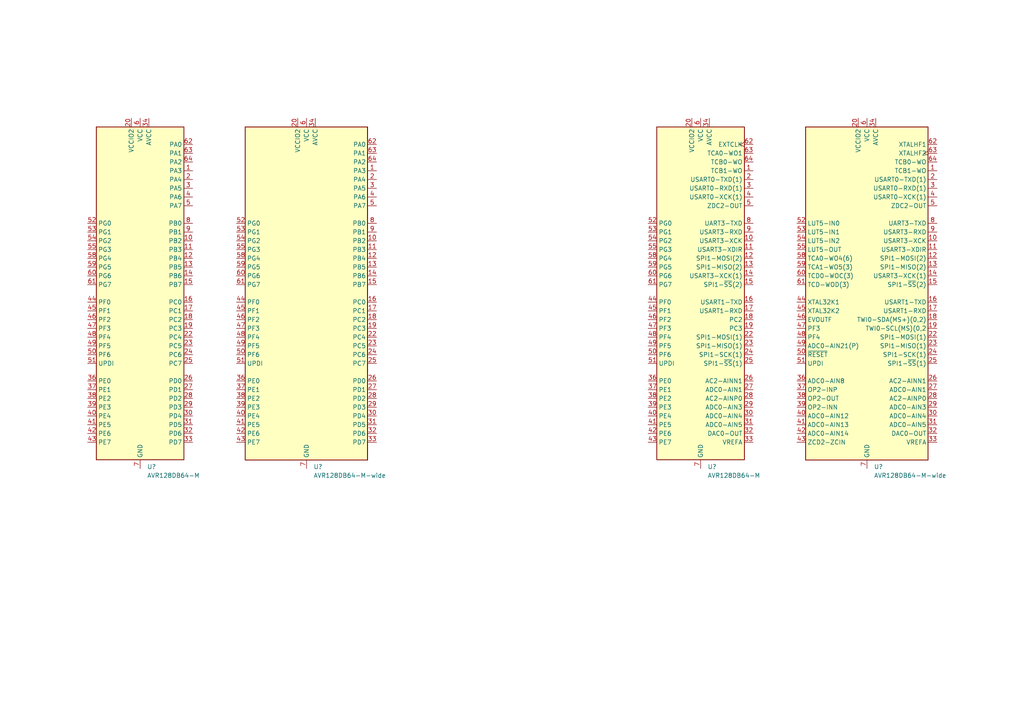
<source format=kicad_sch>
(kicad_sch (version 20211123) (generator eeschema)
  (paper "A4")
  (lib_symbols
    (symbol "AVR128DB64-M_1"
      (property "Reference" "U" (at -12.7 49.53 0))
      (property "Value" "AVR128DB64-M_1" (at 2.54 -49.53 0))
      (symbol "AVR128DB64-M_1_0_1"
        (rectangle (start -17.78 48.26) (end 17.6988 -48.3268) (stroke (width 0.1524)))
        (rectangle (start -17.78 48.26) (end 17.6988 -48.3268) (stroke (width 0.254)) (fill (type background)))
      )
      (symbol "AVR128DB64-M_1_1_1"
        (pin bidirectional line (at 20.32 35.56 180) (length 2.54) (name "PA3") (number "1") (alternate "TCB1-WO" output line))
        (pin bidirectional line (at 20.32 15.24 180) (length 2.54) (name "PB2") (number "10") (alternate "USART3-XCK" bidirectional line))
        (pin bidirectional line (at 20.32 12.7 180) (length 2.54) (name "PB3") (number "11") (alternate "USART3-XDIR" output line))
        (pin bidirectional line (at 20.32 10.16 180) (length 2.54) (name "PB4") (number "12") (alternate "SPI1-MOSI(2)" bidirectional line))
        (pin bidirectional line (at 20.32 7.62 180) (length 2.54) (name "PB5") (number "13") (alternate "SPI1-MISO(2)" bidirectional line))
        (pin bidirectional line (at 20.32 5.08 180) (length 2.54) (name "PB6") (number "14") (alternate "USART3-XCK(1)" bidirectional line))
        (pin bidirectional line (at 20.32 2.54 180) (length 2.54) (name "PB7") (number "15") (alternate "SPI1-~{SS}(2)" bidirectional line))
        (pin bidirectional line (at 20.32 -2.54 180) (length 2.54) (name "PC0") (number "16") (alternate "USART1-TXD" bidirectional line))
        (pin bidirectional line (at 20.32 -5.08 180) (length 2.54) (name "PC1") (number "17") (alternate "USART1-RXD" input line))
        (pin bidirectional line (at 20.32 -7.62 180) (length 2.54) (name "PC2") (number "18") (alternate "TWI0-SDA(MS+)(0,2)" bidirectional line))
        (pin bidirectional line (at 20.32 -10.16 180) (length 2.54) (name "PC3") (number "19") (alternate "TWI0-SCL(MS)(0,2" bidirectional line))
        (pin bidirectional line (at 20.32 33.02 180) (length 2.54) (name "PA4") (number "2") (alternate "USART0-TXD(1)" bidirectional line))
        (pin power_in line (at -2.54 50.8 270) (length 2.54) (name "VCCIO2") (number "20"))
        (pin power_in line (at 0 -50.8 90) (length 2.54) hide (name "GND") (number "21"))
        (pin bidirectional line (at 20.32 -12.7 180) (length 2.54) (name "PC4") (number "22") (alternate "SPI1-MOSI(1)" bidirectional line))
        (pin bidirectional line (at 20.32 -15.24 180) (length 2.54) (name "PC5") (number "23") (alternate "SPI1-MISO(1)" bidirectional line))
        (pin bidirectional line (at 20.32 -17.78 180) (length 2.54) (name "PC6") (number "24") (alternate "SPI1-SCK(1)" bidirectional line))
        (pin bidirectional line (at 20.32 -20.32 180) (length 2.54) (name "PC7") (number "25") (alternate "SPI1-~{SS}(1)" bidirectional line))
        (pin bidirectional line (at 20.32 -25.4 180) (length 2.54) (name "PD0") (number "26") (alternate "AC2-AINN1" input line))
        (pin bidirectional line (at 20.32 -27.94 180) (length 2.54) (name "PD1") (number "27") (alternate "ADC0-AIN1" input line))
        (pin bidirectional line (at 20.32 -30.48 180) (length 2.54) (name "PD2") (number "28") (alternate "AC2-AINP0" input line))
        (pin bidirectional line (at 20.32 -33.02 180) (length 2.54) (name "PD3") (number "29") (alternate "ADC0-AIN3" input line))
        (pin bidirectional line (at 20.32 30.48 180) (length 2.54) (name "PA5") (number "3") (alternate "USART0-RXD(1)" input line))
        (pin bidirectional line (at 20.32 -35.56 180) (length 2.54) (name "PD4") (number "30") (alternate "ADC0-AIN4" input line))
        (pin bidirectional line (at 20.32 -38.1 180) (length 2.54) (name "PD5") (number "31") (alternate "ADC0-AIN5" input line))
        (pin bidirectional line (at 20.32 -40.64 180) (length 2.54) (name "PD6") (number "32") (alternate "DAC0-OUT" output line))
        (pin bidirectional line (at 20.32 -43.18 180) (length 2.54) (name "PD7") (number "33") (alternate "VREFA" input line))
        (pin power_in line (at 2.54 50.8 270) (length 2.54) (name "AVCC") (number "34"))
        (pin power_in line (at 0 -50.8 90) (length 2.54) hide (name "GND") (number "35"))
        (pin bidirectional line (at -20.32 -25.4 0) (length 2.54) (name "PE0") (number "36") (alternate "" input line) (alternate "ADC0-AIN8" input line))
        (pin bidirectional line (at -20.32 -27.94 0) (length 2.54) (name "PE1") (number "37") (alternate "" input line) (alternate "OP2-INP" input line))
        (pin bidirectional line (at -20.32 -30.48 0) (length 2.54) (name "PE2") (number "38") (alternate "" input line) (alternate "OP2-OUT" output line))
        (pin bidirectional line (at -20.32 -33.02 0) (length 2.54) (name "PE3") (number "39") (alternate "" input line) (alternate "OP2-INN" input line))
        (pin bidirectional line (at 20.32 27.94 180) (length 2.54) (name "PA6") (number "4") (alternate "USART0-XCK(1)" bidirectional line))
        (pin bidirectional line (at -20.32 -35.56 0) (length 2.54) (name "PE4") (number "40") (alternate "" input line) (alternate "ADC0-AIN12" input line))
        (pin bidirectional line (at -20.32 -38.1 0) (length 2.54) (name "PE5") (number "41") (alternate "" input line) (alternate "ADC0-AIN13" input line))
        (pin bidirectional line (at -20.32 -40.64 0) (length 2.54) (name "PE6") (number "42") (alternate "" input line) (alternate "ADC0-AIN14" input line))
        (pin bidirectional line (at -20.32 -43.18 0) (length 2.54) (name "PE7") (number "43") (alternate "" input line) (alternate "ZCD2-ZCIN" input line))
        (pin bidirectional line (at -20.32 -2.54 0) (length 2.54) (name "PF0") (number "44") (alternate "XTAL32K1" passive line))
        (pin bidirectional line (at -20.32 -5.08 0) (length 2.54) (name "PF1") (number "45") (alternate "XTAL32K2" passive line))
        (pin bidirectional line (at -20.32 -7.62 0) (length 2.54) (name "PF2") (number "46") (alternate "EVOUTF" output line))
        (pin bidirectional line (at -20.32 -10.16 0) (length 2.54) (name "PF3") (number "47"))
        (pin bidirectional line (at -20.32 -12.7 0) (length 2.54) (name "PF4") (number "48"))
        (pin bidirectional line (at -20.32 -15.24 0) (length 2.54) (name "PF5") (number "49") (alternate "ADC0-AIN21(P)" input line))
        (pin bidirectional line (at 20.32 25.4 180) (length 2.54) (name "PA7") (number "5") (alternate "ZDC2-OUT" output line))
        (pin input line (at -20.32 -17.78 0) (length 2.54) (name "PF6") (number "50") (alternate "~{RESET}" input line))
        (pin bidirectional line (at -20.32 -20.32 0) (length 2.54) (name "UPDI") (number "51"))
        (pin bidirectional line (at -20.32 20.32 0) (length 2.54) (name "PG0") (number "52") (alternate "LUT5-IN0" input line))
        (pin bidirectional line (at -20.32 17.78 0) (length 2.54) (name "PG1") (number "53") (alternate "LUT5-IN1" input line))
        (pin bidirectional line (at -20.32 15.24 0) (length 2.54) (name "PG2") (number "54") (alternate "LUT5-IN2" input line))
        (pin bidirectional line (at -20.32 12.7 0) (length 2.54) (name "PG3") (number "55") (alternate "LUT5-OUT" output line))
        (pin power_in line (at 0 50.8 270) (length 2.54) hide (name "VCC") (number "56"))
        (pin power_in line (at 0 -50.8 90) (length 2.54) hide (name "GND") (number "57"))
        (pin bidirectional line (at -20.32 10.16 0) (length 2.54) (name "PG4") (number "58") (alternate "TCA0-WO4(6)" output line))
        (pin bidirectional line (at -20.32 7.62 0) (length 2.54) (name "PG5") (number "59") (alternate "TCA1-WO5(3)" output line))
        (pin power_in line (at 0 50.8 270) (length 2.54) (name "VCC") (number "6"))
        (pin bidirectional line (at -20.32 5.08 0) (length 2.54) (name "PG6") (number "60") (alternate "TCD0-WOC(3)" output line))
        (pin bidirectional line (at -20.32 2.54 0) (length 2.54) (name "PG7") (number "61") (alternate "TCD-WOD(3)" output line))
        (pin bidirectional line (at 20.32 43.18 180) (length 2.54) (name "PA0") (number "62") (alternate "EXTCLK" input clock) (alternate "XTALHF1" passive line))
        (pin bidirectional line (at 20.32 40.64 180) (length 2.54) (name "PA1") (number "63") (alternate "TCA0-WO1" output line) (alternate "XTALHF2" passive clock))
        (pin bidirectional line (at 20.32 38.1 180) (length 2.54) (name "PA2") (number "64") (alternate "TCB0-WO" output line))
        (pin power_in line (at 0 -50.8 90) (length 2.54) (name "GND") (number "7"))
        (pin bidirectional line (at 20.32 20.32 180) (length 2.54) (name "PB0") (number "8") (alternate "UART3-TXD" bidirectional line))
        (pin bidirectional line (at 20.32 17.78 180) (length 2.54) (name "PB1") (number "9") (alternate "USART3-RXD" input line))
      )
    )
    (symbol "MCU_Microchip_DB-wide:AVR128DB64-M"
      (property "Reference" "U" (at -12.7 49.53 0))
      (property "Value" "AVR128DB64-M" (at 2.54 -49.53 0))
      (symbol "AVR128DB64-M_0_1"
        (rectangle (start -17.78 48.26) (end 17.6988 -48.3268) (stroke (width 0.1524)))
        (rectangle (start -17.78 48.26) (end 17.6988 -48.3268) (stroke (width 0.254)) (fill (type background)))
      )
      (symbol "AVR128DB64-M_1_1"
        (pin bidirectional line (at 20.32 35.56 180) (length 2.54) (name "PA3") (number "1") (alternate "TCB1-WO" output line))
        (pin bidirectional line (at 20.32 15.24 180) (length 2.54) (name "PB2") (number "10") (alternate "USART3-XCK" bidirectional line))
        (pin bidirectional line (at 20.32 12.7 180) (length 2.54) (name "PB3") (number "11") (alternate "USART3-XDIR" output line))
        (pin bidirectional line (at 20.32 10.16 180) (length 2.54) (name "PB4") (number "12") (alternate "SPI1-MOSI(2)" bidirectional line))
        (pin bidirectional line (at 20.32 7.62 180) (length 2.54) (name "PB5") (number "13") (alternate "SPI1-MISO(2)" bidirectional line))
        (pin bidirectional line (at 20.32 5.08 180) (length 2.54) (name "PB6") (number "14") (alternate "USART3-XCK(1)" bidirectional line))
        (pin bidirectional line (at 20.32 2.54 180) (length 2.54) (name "PB7") (number "15") (alternate "SPI1-~{SS}(2)" bidirectional line))
        (pin bidirectional line (at 20.32 -2.54 180) (length 2.54) (name "PC0") (number "16") (alternate "USART1-TXD" bidirectional line))
        (pin bidirectional line (at 20.32 -5.08 180) (length 2.54) (name "PC1") (number "17") (alternate "USART1-RXD" input line))
        (pin bidirectional line (at 20.32 -7.62 180) (length 2.54) (name "PC2") (number "18") (alternate "TWI0-SDA(MS+)(0,2)" bidirectional line))
        (pin bidirectional line (at 20.32 -10.16 180) (length 2.54) (name "PC3") (number "19") (alternate "TWI0-SCL(MS)(0,2" bidirectional line))
        (pin bidirectional line (at 20.32 33.02 180) (length 2.54) (name "PA4") (number "2") (alternate "USART0-TXD(1)" bidirectional line))
        (pin power_in line (at -2.54 50.8 270) (length 2.54) (name "VCCIO2") (number "20"))
        (pin power_in line (at 0 -50.8 90) (length 2.54) hide (name "GND") (number "21"))
        (pin bidirectional line (at 20.32 -12.7 180) (length 2.54) (name "PC4") (number "22") (alternate "SPI1-MOSI(1)" bidirectional line))
        (pin bidirectional line (at 20.32 -15.24 180) (length 2.54) (name "PC5") (number "23") (alternate "SPI1-MISO(1)" bidirectional line))
        (pin bidirectional line (at 20.32 -17.78 180) (length 2.54) (name "PC6") (number "24") (alternate "SPI1-SCK(1)" bidirectional line))
        (pin bidirectional line (at 20.32 -20.32 180) (length 2.54) (name "PC7") (number "25") (alternate "SPI1-~{SS}(1)" bidirectional line))
        (pin bidirectional line (at 20.32 -25.4 180) (length 2.54) (name "PD0") (number "26") (alternate "AC2-AINN1" input line))
        (pin bidirectional line (at 20.32 -27.94 180) (length 2.54) (name "PD1") (number "27") (alternate "ADC0-AIN1" input line))
        (pin bidirectional line (at 20.32 -30.48 180) (length 2.54) (name "PD2") (number "28") (alternate "AC2-AINP0" input line))
        (pin bidirectional line (at 20.32 -33.02 180) (length 2.54) (name "PD3") (number "29") (alternate "ADC0-AIN3" input line))
        (pin bidirectional line (at 20.32 30.48 180) (length 2.54) (name "PA5") (number "3") (alternate "USART0-RXD(1)" input line))
        (pin bidirectional line (at 20.32 -35.56 180) (length 2.54) (name "PD4") (number "30") (alternate "ADC0-AIN4" input line))
        (pin bidirectional line (at 20.32 -38.1 180) (length 2.54) (name "PD5") (number "31") (alternate "ADC0-AIN5" input line))
        (pin bidirectional line (at 20.32 -40.64 180) (length 2.54) (name "PD6") (number "32") (alternate "DAC0-OUT" output line))
        (pin bidirectional line (at 20.32 -43.18 180) (length 2.54) (name "PD7") (number "33") (alternate "VREFA" input line))
        (pin power_in line (at 2.54 50.8 270) (length 2.54) (name "AVCC") (number "34"))
        (pin power_in line (at 0 -50.8 90) (length 2.54) hide (name "GND") (number "35"))
        (pin bidirectional line (at -20.32 -25.4 0) (length 2.54) (name "PE0") (number "36") (alternate "ADC0-AIN8" input line))
        (pin bidirectional line (at -20.32 -27.94 0) (length 2.54) (name "PE1") (number "37") (alternate "OP2-INP" input line))
        (pin bidirectional line (at -20.32 -30.48 0) (length 2.54) (name "PE2") (number "38") (alternate "OP2-OUT" output line))
        (pin bidirectional line (at -20.32 -33.02 0) (length 2.54) (name "PE3") (number "39") (alternate "OP2-INN" input line))
        (pin bidirectional line (at 20.32 27.94 180) (length 2.54) (name "PA6") (number "4") (alternate "USART0-XCK(1)" bidirectional line))
        (pin bidirectional line (at -20.32 -35.56 0) (length 2.54) (name "PE4") (number "40") (alternate "ADC0-AIN12" input line))
        (pin bidirectional line (at -20.32 -38.1 0) (length 2.54) (name "PE5") (number "41") (alternate "ADC0-AIN13" input line))
        (pin bidirectional line (at -20.32 -40.64 0) (length 2.54) (name "PE6") (number "42") (alternate "ADC0-AIN14" input line))
        (pin bidirectional line (at -20.32 -43.18 0) (length 2.54) (name "PE7") (number "43") (alternate "ZCD2-ZCIN" input line))
        (pin bidirectional line (at -20.32 -2.54 0) (length 2.54) (name "PF0") (number "44") (alternate "XTAL32K1" passive line))
        (pin bidirectional line (at -20.32 -5.08 0) (length 2.54) (name "PF1") (number "45") (alternate "XTAL32K2" passive line))
        (pin bidirectional line (at -20.32 -7.62 0) (length 2.54) (name "PF2") (number "46") (alternate "EVOUTF" output line))
        (pin bidirectional line (at -20.32 -10.16 0) (length 2.54) (name "PF3") (number "47"))
        (pin bidirectional line (at -20.32 -12.7 0) (length 2.54) (name "PF4") (number "48"))
        (pin bidirectional line (at -20.32 -15.24 0) (length 2.54) (name "PF5") (number "49") (alternate "ADC0-AIN21(P)" input line))
        (pin bidirectional line (at 20.32 25.4 180) (length 2.54) (name "PA7") (number "5") (alternate "ZDC2-OUT" output line))
        (pin input line (at -20.32 -17.78 0) (length 2.54) (name "PF6") (number "50") (alternate "~{RESET}" input line))
        (pin bidirectional line (at -20.32 -20.32 0) (length 2.54) (name "UPDI") (number "51"))
        (pin bidirectional line (at -20.32 20.32 0) (length 2.54) (name "PG0") (number "52") (alternate "LUT5-IN0" input line))
        (pin bidirectional line (at -20.32 17.78 0) (length 2.54) (name "PG1") (number "53") (alternate "LUT5-IN1" input line))
        (pin bidirectional line (at -20.32 15.24 0) (length 2.54) (name "PG2") (number "54") (alternate "LUT5-IN2" input line))
        (pin bidirectional line (at -20.32 12.7 0) (length 2.54) (name "PG3") (number "55") (alternate "LUT5-OUT" output line))
        (pin power_in line (at 0 50.8 270) (length 2.54) hide (name "VCC") (number "56"))
        (pin power_in line (at 0 -50.8 90) (length 2.54) hide (name "GND") (number "57"))
        (pin bidirectional line (at -20.32 10.16 0) (length 2.54) (name "PG4") (number "58") (alternate "TCA0-WO4(6)" output line))
        (pin bidirectional line (at -20.32 7.62 0) (length 2.54) (name "PG5") (number "59") (alternate "TCA1-WO5(3)" output line))
        (pin power_in line (at 0 50.8 270) (length 2.54) (name "VCC") (number "6"))
        (pin bidirectional line (at -20.32 5.08 0) (length 2.54) (name "PG6") (number "60") (alternate "TCD0-WOC(3)" output line))
        (pin bidirectional line (at -20.32 2.54 0) (length 2.54) (name "PG7") (number "61") (alternate "TCD-WOD(3)" output line))
        (pin bidirectional line (at 20.32 43.18 180) (length 2.54) (name "PA0") (number "62") (alternate "EXTCLK" input clock) (alternate "XTALHF1" passive line))
        (pin bidirectional line (at 20.32 40.64 180) (length 2.54) (name "PA1") (number "63") (alternate "TCA0-WO1" output line) (alternate "XTALHF2" passive clock))
        (pin bidirectional line (at 20.32 38.1 180) (length 2.54) (name "PA2") (number "64") (alternate "TCB0-WO" output line))
        (pin power_in line (at 0 -50.8 90) (length 2.54) (name "GND") (number "7"))
        (pin bidirectional line (at 20.32 20.32 180) (length 2.54) (name "PB0") (number "8") (alternate "UART3-TXD" bidirectional line))
        (pin bidirectional line (at 20.32 17.78 180) (length 2.54) (name "PB1") (number "9") (alternate "USART3-RXD" input line))
      )
    )
    (symbol "MCU_Microchip_DB:AVR128DB64-M"
      (property "Reference" "U" (at -12.7 49.53 0))
      (property "Value" "AVR128DB64-M" (at 2.54 -49.53 0))
      (symbol "AVR128DB64-M_0_1"
        (rectangle (start -12.7 -48.26) (end 12.7 48.26) (stroke (width 0.254)) (fill (type background)))
      )
      (symbol "AVR128DB64-M_1_1"
        (pin bidirectional line (at 15.24 35.56 180) (length 2.54) (name "PA3") (number "1") (alternate "TCB1-WO" output line))
        (pin bidirectional line (at 15.24 15.24 180) (length 2.54) (name "PB2") (number "10") (alternate "USART3-XCK" bidirectional line))
        (pin bidirectional line (at 15.24 12.7 180) (length 2.54) (name "PB3") (number "11") (alternate "USART3-XDIR" output line))
        (pin bidirectional line (at 15.24 10.16 180) (length 2.54) (name "PB4") (number "12") (alternate "SPI1-MOSI(2)" bidirectional line))
        (pin bidirectional line (at 15.24 7.62 180) (length 2.54) (name "PB5") (number "13") (alternate "SPI1-MISO(2)" bidirectional line))
        (pin bidirectional line (at 15.24 5.08 180) (length 2.54) (name "PB6") (number "14") (alternate "USART3-XCK(1)" bidirectional line))
        (pin bidirectional line (at 15.24 2.54 180) (length 2.54) (name "PB7") (number "15") (alternate "SPI1-~{SS}(2)" bidirectional line))
        (pin bidirectional line (at 15.24 -2.54 180) (length 2.54) (name "PC0") (number "16") (alternate "USART1-TXD" bidirectional line))
        (pin bidirectional line (at 15.24 -5.08 180) (length 2.54) (name "PC1") (number "17") (alternate "USART1-RXD" input line))
        (pin bidirectional line (at 15.24 -7.62 180) (length 2.54) (name "PC2") (number "18") (alternate "TWI0-SDA(MS+)(0,2)" bidirectional line))
        (pin bidirectional line (at 15.24 -10.16 180) (length 2.54) (name "PC3") (number "19") (alternate "TWI0-SCL(MS)(0,2" bidirectional line))
        (pin bidirectional line (at 15.24 33.02 180) (length 2.54) (name "PA4") (number "2") (alternate "USART0-TXD(1)" bidirectional line))
        (pin power_in line (at -2.54 50.8 270) (length 2.54) (name "VCCIO2") (number "20"))
        (pin power_in line (at 0 -50.8 90) (length 2.54) hide (name "GND") (number "21"))
        (pin bidirectional line (at 15.24 -12.7 180) (length 2.54) (name "PC4") (number "22") (alternate "SPI1-MOSI(1)" bidirectional line))
        (pin bidirectional line (at 15.24 -15.24 180) (length 2.54) (name "PC5") (number "23") (alternate "SPI1-MISO(1)" bidirectional line))
        (pin bidirectional line (at 15.24 -17.78 180) (length 2.54) (name "PC6") (number "24") (alternate "SPI1-SCK(1)" bidirectional line))
        (pin bidirectional line (at 15.24 -20.32 180) (length 2.54) (name "PC7") (number "25") (alternate "SPI1-~{SS}(1)" bidirectional line))
        (pin bidirectional line (at 15.24 -25.4 180) (length 2.54) (name "PD0") (number "26") (alternate "AC2-AINN1" input line))
        (pin bidirectional line (at 15.24 -27.94 180) (length 2.54) (name "PD1") (number "27") (alternate "ADC0-AIN1" input line))
        (pin bidirectional line (at 15.24 -30.48 180) (length 2.54) (name "PD2") (number "28") (alternate "AC2-AINP0" input line))
        (pin bidirectional line (at 15.24 -33.02 180) (length 2.54) (name "PD3") (number "29") (alternate "ADC0-AIN3" input line))
        (pin bidirectional line (at 15.24 30.48 180) (length 2.54) (name "PA5") (number "3") (alternate "USART0-RXD(1)" input line))
        (pin bidirectional line (at 15.24 -35.56 180) (length 2.54) (name "PD4") (number "30") (alternate "ADC0-AIN4" input line))
        (pin bidirectional line (at 15.24 -38.1 180) (length 2.54) (name "PD5") (number "31") (alternate "ADC0-AIN5" input line))
        (pin bidirectional line (at 15.24 -40.64 180) (length 2.54) (name "PD6") (number "32") (alternate "DAC0-OUT" output line))
        (pin bidirectional line (at 15.24 -43.18 180) (length 2.54) (name "PD7") (number "33") (alternate "VREFA" input line))
        (pin power_in line (at 2.54 50.8 270) (length 2.54) (name "AVCC") (number "34"))
        (pin power_in line (at 0 -50.8 90) (length 2.54) hide (name "GND") (number "35"))
        (pin bidirectional line (at -15.24 -25.4 0) (length 2.54) (name "PE0") (number "36") (alternate "ADC0-AIN8" input line))
        (pin bidirectional line (at -15.24 -27.94 0) (length 2.54) (name "PE1") (number "37") (alternate "OP2-INP" input line))
        (pin bidirectional line (at -15.24 -30.48 0) (length 2.54) (name "PE2") (number "38") (alternate "OP2-OUT" output line))
        (pin bidirectional line (at -15.24 -33.02 0) (length 2.54) (name "PE3") (number "39") (alternate "OP2-INN" input line))
        (pin bidirectional line (at 15.24 27.94 180) (length 2.54) (name "PA6") (number "4") (alternate "USART0-XCK(1)" bidirectional line))
        (pin bidirectional line (at -15.24 -35.56 0) (length 2.54) (name "PE4") (number "40") (alternate "ADC0-AIN12" input line))
        (pin bidirectional line (at -15.24 -38.1 0) (length 2.54) (name "PE5") (number "41") (alternate "ADC0-AIN13" input line))
        (pin bidirectional line (at -15.24 -40.64 0) (length 2.54) (name "PE6") (number "42") (alternate "ADC0-AIN14" input line))
        (pin bidirectional line (at -15.24 -43.18 0) (length 2.54) (name "PE7") (number "43") (alternate "ZCD2-ZCIN" input line))
        (pin bidirectional line (at -15.24 -2.54 0) (length 2.54) (name "PF0") (number "44") (alternate "XTAL32K1" passive line))
        (pin bidirectional line (at -15.24 -5.08 0) (length 2.54) (name "PF1") (number "45") (alternate "XTAL32K2" passive line))
        (pin bidirectional line (at -15.24 -7.62 0) (length 2.54) (name "PF2") (number "46") (alternate "EVOUTF" output line))
        (pin bidirectional line (at -15.24 -10.16 0) (length 2.54) (name "PF3") (number "47"))
        (pin bidirectional line (at -15.24 -12.7 0) (length 2.54) (name "PF4") (number "48"))
        (pin bidirectional line (at -15.24 -15.24 0) (length 2.54) (name "PF5") (number "49") (alternate "ADC0-AIN21(P)" input line))
        (pin bidirectional line (at 15.24 25.4 180) (length 2.54) (name "PA7") (number "5") (alternate "ZDC2-OUT" output line))
        (pin input line (at -15.24 -17.78 0) (length 2.54) (name "PF6") (number "50") (alternate "~{RESET}" input line))
        (pin bidirectional line (at -15.24 -20.32 0) (length 2.54) (name "UPDI") (number "51"))
        (pin bidirectional line (at -15.24 20.32 0) (length 2.54) (name "PG0") (number "52") (alternate "LUT5-IN0" input line))
        (pin bidirectional line (at -15.24 17.78 0) (length 2.54) (name "PG1") (number "53") (alternate "LUT5-IN1" input line))
        (pin bidirectional line (at -15.24 15.24 0) (length 2.54) (name "PG2") (number "54") (alternate "LUT5-IN2" input line))
        (pin bidirectional line (at -15.24 12.7 0) (length 2.54) (name "PG3") (number "55") (alternate "LUT5-OUT" output line))
        (pin power_in line (at 0 50.8 270) (length 2.54) hide (name "VCC") (number "56"))
        (pin power_in line (at 0 -50.8 90) (length 2.54) hide (name "GND") (number "57"))
        (pin bidirectional line (at -15.24 10.16 0) (length 2.54) (name "PG4") (number "58") (alternate "TCA0-WO4(6)" output line))
        (pin bidirectional line (at -15.24 7.62 0) (length 2.54) (name "PG5") (number "59") (alternate "TCA1-WO5(3)" output line))
        (pin power_in line (at 0 50.8 270) (length 2.54) (name "VCC") (number "6"))
        (pin bidirectional line (at -15.24 5.08 0) (length 2.54) (name "PG6") (number "60") (alternate "TCD0-WOC(3)" output line))
        (pin bidirectional line (at -15.24 2.54 0) (length 2.54) (name "PG7") (number "61") (alternate "TCD-WOD(3)" output line))
        (pin bidirectional line (at 15.24 43.18 180) (length 2.54) (name "PA0") (number "62") (alternate "EXTCLK" input clock) (alternate "XTALHF1" passive line))
        (pin bidirectional line (at 15.24 40.64 180) (length 2.54) (name "PA1") (number "63") (alternate "TCA0-WO1" output line) (alternate "XTALHF2" passive clock))
        (pin bidirectional line (at 15.24 38.1 180) (length 2.54) (name "PA2") (number "64") (alternate "TCB0-WO" output line))
        (pin power_in line (at 0 -50.8 90) (length 2.54) (name "GND") (number "7"))
        (pin bidirectional line (at 15.24 20.32 180) (length 2.54) (name "PB0") (number "8") (alternate "UART3-TXD" bidirectional line))
        (pin bidirectional line (at 15.24 17.78 180) (length 2.54) (name "PB1") (number "9") (alternate "USART3-RXD" input line))
      )
    )
  )
  (symbol (lib_id "MCU_Microchip_DB-wide:AVR128DB64-M") (at 88.9 85.09 0) (unit 1)
    (property "Reference" "U?" (at 90.9194 135.3804 0) (effects (justify left)))
    (property "Value" "AVR128DB64-M-wide" (at 90.9194 137.9173 0) (effects (justify left)))
    (property "Footprint" "Package_DFN_QFN:QFN-64-1EP_9x9mm_P0.5mm_EP7.15x7.15mm" (effects hide))
    (property "Datasheet" "https://ww1.microchip.com/downloads/aemDocuments/documents/MCU08/ProductDocuments/DataSheets/AVR128DB28-32-48-64-DataSheet-DS40002247A.pdf" (effects hide))
  )
  (symbol (lib_id "MCU_Microchip_DB:AVR128DB64-M") (at 203.2 85.09 0) (unit 1)
    (property "Reference" "U?" (at 205.2194 135.3804 0) (effects (justify left)))
    (property "Value" "AVR128DB64-M" (at 205.2194 137.9173 0) (effects (justify left)))
    (property "Footprint" "Package_DFN_QFN:QFN-64-1EP_9x9mm_P0.5mm_EP7.15x7.15mm" (effects hide))
    (property "Datasheet" "https://ww1.microchip.com/downloads/aemDocuments/documents/MCU08/ProductDocuments/DataSheets/AVR128DB28-32-48-64-DataSheet-DS40002247A.pdf" (effects hide))
    (pin "1" (alternate "TCB1-WO"))
    (pin "10" (alternate "USART3-XCK"))
    (pin "11" (alternate "USART3-XDIR"))
    (pin "12" (alternate "SPI1-MOSI(2)"))
    (pin "13" (alternate "SPI1-MISO(2)"))
    (pin "14" (alternate "USART3-XCK(1)"))
    (pin "15" (alternate "SPI1-~{SS}(2)"))
    (pin "16" (alternate "USART1-TXD"))
    (pin "17" (alternate "USART1-RXD"))
    (pin "2" (alternate "USART0-TXD(1)"))
    (pin "22" (alternate "SPI1-MOSI(1)"))
    (pin "23" (alternate "SPI1-MISO(1)"))
    (pin "24" (alternate "SPI1-SCK(1)"))
    (pin "25" (alternate "SPI1-~{SS}(1)"))
    (pin "26" (alternate "AC2-AINN1"))
    (pin "27" (alternate "ADC0-AIN1"))
    (pin "28" (alternate "AC2-AINP0"))
    (pin "29" (alternate "ADC0-AIN3"))
    (pin "3" (alternate "USART0-RXD(1)"))
    (pin "30" (alternate "ADC0-AIN4"))
    (pin "31" (alternate "ADC0-AIN5"))
    (pin "32" (alternate "DAC0-OUT"))
    (pin "33" (alternate "VREFA"))
    (pin "4" (alternate "USART0-XCK(1)"))
    (pin "5" (alternate "ZDC2-OUT"))
    (pin "62" (alternate "EXTCLK"))
    (pin "63" (alternate "TCA0-WO1"))
    (pin "64" (alternate "TCB0-WO"))
    (pin "8" (alternate "UART3-TXD"))
    (pin "9" (alternate "USART3-RXD"))
  )
  (symbol (lib_name "AVR128DB64-M_1") (lib_id "MCU_Microchip_DB-wide:AVR128DB64-M") (at 251.46 85.09 0) (unit 1)
    (property "Reference" "U?" (at 253.4794 135.3804 0) (effects (justify left)))
    (property "Value" "AVR128DB64-M-wide" (at 253.4794 137.9173 0) (effects (justify left)))
    (property "Footprint" "Package_DFN_QFN:QFN-64-1EP_9x9mm_P0.5mm_EP7.15x7.15mm" (effects hide))
    (property "Datasheet" "https://ww1.microchip.com/downloads/aemDocuments/documents/MCU08/ProductDocuments/DataSheets/AVR128DB28-32-48-64-DataSheet-DS40002247A.pdf" (effects hide))
    (pin "1" (alternate "TCB1-WO"))
    (pin "10" (alternate "USART3-XCK"))
    (pin "11" (alternate "USART3-XDIR"))
    (pin "12" (alternate "SPI1-MOSI(2)"))
    (pin "13" (alternate "SPI1-MISO(2)"))
    (pin "14" (alternate "USART3-XCK(1)"))
    (pin "15" (alternate "SPI1-~{SS}(2)"))
    (pin "16" (alternate "USART1-TXD"))
    (pin "17" (alternate "USART1-RXD"))
    (pin "18" (alternate "TWI0-SDA(MS+)(0,2)"))
    (pin "19" (alternate "TWI0-SCL(MS)(0,2"))
    (pin "2" (alternate "USART0-TXD(1)"))
    (pin "22" (alternate "SPI1-MOSI(1)"))
    (pin "23" (alternate "SPI1-MISO(1)"))
    (pin "24" (alternate "SPI1-SCK(1)"))
    (pin "25" (alternate "SPI1-~{SS}(1)"))
    (pin "26" (alternate "AC2-AINN1"))
    (pin "27" (alternate "ADC0-AIN1"))
    (pin "28" (alternate "AC2-AINP0"))
    (pin "29" (alternate "ADC0-AIN3"))
    (pin "3" (alternate "USART0-RXD(1)"))
    (pin "30" (alternate "ADC0-AIN4"))
    (pin "31" (alternate "ADC0-AIN5"))
    (pin "32" (alternate "DAC0-OUT"))
    (pin "33" (alternate "VREFA"))
    (pin "36" (alternate "ADC0-AIN8"))
    (pin "37" (alternate "OP2-INP"))
    (pin "38" (alternate "OP2-OUT"))
    (pin "39" (alternate "OP2-INN"))
    (pin "4" (alternate "USART0-XCK(1)"))
    (pin "40" (alternate "ADC0-AIN12"))
    (pin "41" (alternate "ADC0-AIN13"))
    (pin "42" (alternate "ADC0-AIN14"))
    (pin "43" (alternate "ZCD2-ZCIN"))
    (pin "44" (alternate "XTAL32K1"))
    (pin "45" (alternate "XTAL32K2"))
    (pin "46" (alternate "EVOUTF"))
    (pin "49" (alternate "ADC0-AIN21(P)"))
    (pin "5" (alternate "ZDC2-OUT"))
    (pin "50" (alternate "~{RESET}"))
    (pin "52" (alternate "LUT5-IN0"))
    (pin "53" (alternate "LUT5-IN1"))
    (pin "54" (alternate "LUT5-IN2"))
    (pin "55" (alternate "LUT5-OUT"))
    (pin "58" (alternate "TCA0-WO4(6)"))
    (pin "59" (alternate "TCA1-WO5(3)"))
    (pin "60" (alternate "TCD0-WOC(3)"))
    (pin "61" (alternate "TCD-WOD(3)"))
    (pin "62" (alternate "XTALHF1"))
    (pin "63" (alternate "XTALHF2"))
    (pin "64" (alternate "TCB0-WO"))
    (pin "8" (alternate "UART3-TXD"))
    (pin "9" (alternate "USART3-RXD"))
  )
  (symbol (lib_id "MCU_Microchip_DB:AVR128DB64-M") (at 40.64 85.09 0) (unit 1)
    (property "Reference" "U?" (at 42.6594 135.3804 0) (effects (justify left)))
    (property "Value" "AVR128DB64-M" (at 42.6594 137.9173 0) (effects (justify left)))
    (property "Footprint" "Package_DFN_QFN:QFN-64-1EP_9x9mm_P0.5mm_EP7.15x7.15mm" (effects hide))
    (property "Datasheet" "https://ww1.microchip.com/downloads/aemDocuments/documents/MCU08/ProductDocuments/DataSheets/AVR128DB28-32-48-64-DataSheet-DS40002247A.pdf" (effects hide))
  )
)
</source>
